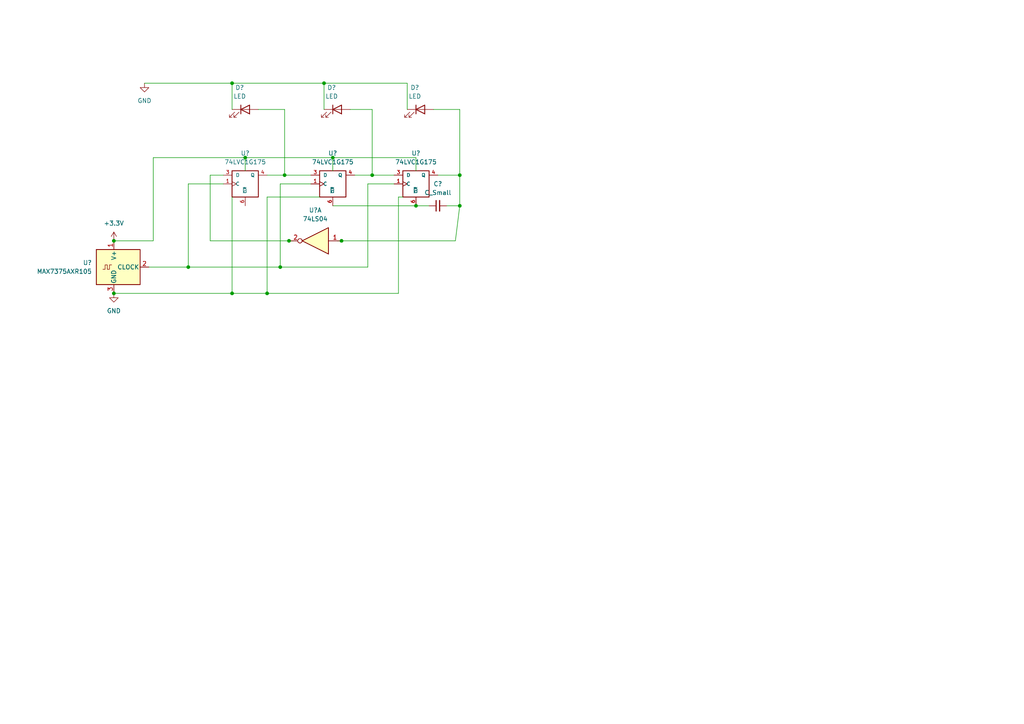
<source format=kicad_sch>
(kicad_sch (version 20211123) (generator eeschema)
  (paper "A4")
  (lib_symbols
    (symbol "74xGxx:74LVC1G175" (pin_names (offset 1.016))
      (property "Reference" "U" (at -2.54 5.08 0))
      (property "Value" "74LVC1G175" (at 5.08 -5.08 0))
      (symbol "74LVC1G175_0_1"
        (rectangle (start -3.81 3.81) (end 3.81 -3.81) (stroke (width 0.254)))
      )
      (symbol "74LVC1G175_1_1"
        (pin input clock (at -6.35 0 0) (length 2.54) (name "C") (number "1"))
        (pin power_in line (at -3.81 -3.81 270) (length 0) hide (name "GND") (number "2"))
        (pin input line (at -6.35 2.54 0) (length 2.54) (name "D") (number "3"))
        (pin output line (at 6.35 2.54 180) (length 2.54) (name "Q") (number "4"))
        (pin power_in line (at 0 3.81 90) (length 0) hide (name "VCC") (number "5"))
        (pin input line (at 0 -6.35 90) (length 2.54) (name "~{CLR}") (number "6"))
      )
    )
    (symbol "74xx:74LS04"
      (property "Reference" "U" (at 0 1.27 0))
      (property "Value" "74LS04" (at 0 -1.27 0))
      (symbol "74LS04_1_0"
        (polyline (pts (xy -3.81 3.81) (xy -3.81 -3.81) (xy 3.81 0) (xy -3.81 3.81)) (stroke (width 0.254)) (fill (type background)))
        (pin input line (at -7.62 0 0) (length 3.81) (name "~") (number "1"))
        (pin output inverted (at 7.62 0 180) (length 3.81) (name "~") (number "2"))
      )
      (symbol "74LS04_2_0"
        (polyline (pts (xy -3.81 3.81) (xy -3.81 -3.81) (xy 3.81 0) (xy -3.81 3.81)) (stroke (width 0.254)) (fill (type background)))
        (pin input line (at -7.62 0 0) (length 3.81) (name "~") (number "3"))
        (pin output inverted (at 7.62 0 180) (length 3.81) (name "~") (number "4"))
      )
      (symbol "74LS04_3_0"
        (polyline (pts (xy -3.81 3.81) (xy -3.81 -3.81) (xy 3.81 0) (xy -3.81 3.81)) (stroke (width 0.254)) (fill (type background)))
        (pin input line (at -7.62 0 0) (length 3.81) (name "~") (number "5"))
        (pin output inverted (at 7.62 0 180) (length 3.81) (name "~") (number "6"))
      )
      (symbol "74LS04_4_0"
        (polyline (pts (xy -3.81 3.81) (xy -3.81 -3.81) (xy 3.81 0) (xy -3.81 3.81)) (stroke (width 0.254)) (fill (type background)))
        (pin output inverted (at 7.62 0 180) (length 3.81) (name "~") (number "8"))
        (pin input line (at -7.62 0 0) (length 3.81) (name "~") (number "9"))
      )
      (symbol "74LS04_5_0"
        (polyline (pts (xy -3.81 3.81) (xy -3.81 -3.81) (xy 3.81 0) (xy -3.81 3.81)) (stroke (width 0.254)) (fill (type background)))
        (pin output inverted (at 7.62 0 180) (length 3.81) (name "~") (number "10"))
        (pin input line (at -7.62 0 0) (length 3.81) (name "~") (number "11"))
      )
      (symbol "74LS04_6_0"
        (polyline (pts (xy -3.81 3.81) (xy -3.81 -3.81) (xy 3.81 0) (xy -3.81 3.81)) (stroke (width 0.254)) (fill (type background)))
        (pin output inverted (at 7.62 0 180) (length 3.81) (name "~") (number "12"))
        (pin input line (at -7.62 0 0) (length 3.81) (name "~") (number "13"))
      )
      (symbol "74LS04_7_0"
        (pin power_in line (at 0 12.7 270) (length 5.08) (name "VCC") (number "14"))
        (pin power_in line (at 0 -12.7 90) (length 5.08) (name "GND") (number "7"))
      )
      (symbol "74LS04_7_1"
        (rectangle (start -5.08 7.62) (end 5.08 -7.62) (stroke (width 0.254)) (fill (type background)))
      )
    )
    (symbol "Device:C_Small" (pin_numbers hide) (pin_names (offset 0.254) hide)
      (property "Reference" "C" (at 0.254 1.778 0))
      (property "Value" "C_Small" (at 0.254 -2.032 0))
      (symbol "C_Small_0_1"
        (polyline (pts (xy -1.524 -0.508) (xy 1.524 -0.508)) (stroke (width 0.3302)))
        (polyline (pts (xy -1.524 0.508) (xy 1.524 0.508)) (stroke (width 0.3048)))
      )
      (symbol "C_Small_1_1"
        (pin passive line (at 0 2.54 270) (length 2.032) (name "~") (number "1"))
        (pin passive line (at 0 -2.54 90) (length 2.032) (name "~") (number "2"))
      )
    )
    (symbol "Device:LED" (pin_numbers hide) (pin_names (offset 1.016) hide)
      (property "Reference" "D" (at 0 2.54 0))
      (property "Value" "LED" (at 0 -2.54 0))
      (symbol "LED_0_1"
        (polyline (pts (xy -1.27 -1.27) (xy -1.27 1.27)) (stroke (width 0.254)))
        (polyline (pts (xy -1.27 0) (xy 1.27 0)))
        (polyline (pts (xy 1.27 -1.27) (xy 1.27 1.27) (xy -1.27 0) (xy 1.27 -1.27)) (stroke (width 0.254)))
        (polyline (pts (xy -3.048 -0.762) (xy -4.572 -2.286) (xy -3.81 -2.286) (xy -4.572 -2.286) (xy -4.572 -1.524)))
        (polyline (pts (xy -1.778 -0.762) (xy -3.302 -2.286) (xy -2.54 -2.286) (xy -3.302 -2.286) (xy -3.302 -1.524)))
      )
      (symbol "LED_1_1"
        (pin passive line (at -3.81 0 0) (length 2.54) (name "K") (number "1"))
        (pin passive line (at 3.81 0 180) (length 2.54) (name "A") (number "2"))
      )
    )
    (symbol "Oscillator:MAX7375AXR105" (pin_names (offset 0.254))
      (property "Reference" "U" (at -2.54 6.35 0))
      (property "Value" "MAX7375AXR105" (at 1.27 -6.35 0))
      (symbol "MAX7375AXR105_0_1"
        (rectangle (start -5.08 5.08) (end 7.62 -5.08) (stroke (width 0.254)) (fill (type background)))
        (polyline (pts (xy -3.175 -0.635) (xy -2.54 -0.635) (xy -2.54 0.635) (xy -1.905 0.635) (xy -1.905 -0.635) (xy -1.27 -0.635) (xy -1.27 0.635) (xy -0.635 0.635)))
      )
      (symbol "MAX7375AXR105_1_1"
        (pin power_in line (at 0 7.62 270) (length 2.54) (name "V+") (number "1"))
        (pin output line (at 10.16 0 180) (length 2.54) (name "CLOCK") (number "2"))
        (pin power_in line (at 0 -7.62 90) (length 2.54) (name "GND") (number "3"))
      )
    )
    (symbol "power:+3.3V" (power) (pin_names (offset 0))
      (property "Value" "+3.3V" (at 0 3.556 0))
      (symbol "+3.3V_0_1"
        (polyline (pts (xy -0.762 1.27) (xy 0 2.54)))
        (polyline (pts (xy 0 0) (xy 0 2.54)))
        (polyline (pts (xy 0 2.54) (xy 0.762 1.27)))
      )
      (symbol "+3.3V_1_1"
        (pin power_in line (at 0 0 90) (length 0) hide (name "+3.3V") (number "1"))
      )
    )
    (symbol "power:GND" (power) (pin_names (offset 0))
      (property "Value" "GND" (at 0 -3.81 0))
      (symbol "GND_0_1"
        (polyline (pts (xy 0 0) (xy 0 -1.27) (xy 1.27 -1.27) (xy 0 -2.54) (xy -1.27 -1.27) (xy 0 -1.27)))
      )
      (symbol "GND_1_1"
        (pin power_in line (at 0 0 270) (length 0) hide (name "GND") (number "1"))
      )
    )
  )
  (junction (at 71.12 45.72))
  (junction (at 96.52 45.72))
  (junction (at 54.61 77.47))
  (junction (at 33.02 85.09))
  (junction (at 81.28 77.47))
  (junction (at 133.35 59.69))
  (junction (at 99.06 69.85))
  (junction (at 120.65 59.69))
  (junction (at 83.82 69.85))
  (junction (at 82.55 50.8))
  (junction (at 77.47 85.09))
  (junction (at 67.31 85.09))
  (junction (at 133.35 50.8))
  (junction (at 107.95 50.8))
  (junction (at 67.31 24.13))
  (junction (at 93.98 24.13))
  (junction (at 33.02 69.85))
  (wire (pts (xy 92.71 57.15) (xy 77.47 57.15)))
  (wire (pts (xy 96.52 45.72) (xy 71.12 45.72)))
  (wire (pts (xy 115.57 57.15) (xy 115.57 85.09)))
  (wire (pts (xy 54.61 77.47) (xy 43.18 77.47)))
  (wire (pts (xy 67.31 24.13) (xy 67.31 31.75)))
  (wire (pts (xy 129.54 59.69) (xy 133.35 59.69)))
  (wire (pts (xy 99.06 69.85) (xy 132.08 69.85)))
  (wire (pts (xy 81.28 77.47) (xy 54.61 77.47)))
  (wire (pts (xy 77.47 57.15) (xy 77.47 85.09)))
  (wire (pts (xy 106.68 53.34) (xy 106.68 77.47)))
  (wire (pts (xy 133.35 59.69) (xy 133.35 50.8)))
  (wire (pts (xy 41.91 24.13) (xy 67.31 24.13)))
  (wire (pts (xy 107.95 31.75) (xy 107.95 50.8)))
  (wire (pts (xy 96.52 45.72) (xy 96.52 49.53)))
  (wire (pts (xy 102.87 50.8) (xy 107.95 50.8)))
  (wire (pts (xy 97.79 69.85) (xy 99.06 69.85)))
  (wire (pts (xy 54.61 53.34) (xy 54.61 77.47)))
  (wire (pts (xy 77.47 50.8) (xy 82.55 50.8)))
  (wire (pts (xy 118.11 31.75) (xy 118.11 24.13)))
  (wire (pts (xy 127 50.8) (xy 133.35 50.8)))
  (wire (pts (xy 96.52 59.69) (xy 120.65 59.69)))
  (wire (pts (xy 64.77 53.34) (xy 54.61 53.34)))
  (wire (pts (xy 67.31 24.13) (xy 93.98 24.13)))
  (wire (pts (xy 120.65 49.53) (xy 120.65 45.72)))
  (wire (pts (xy 101.6 31.75) (xy 107.95 31.75)))
  (wire (pts (xy 133.35 59.69) (xy 132.08 69.85)))
  (wire (pts (xy 77.47 85.09) (xy 67.31 85.09)))
  (wire (pts (xy 81.28 77.47) (xy 106.68 77.47)))
  (wire (pts (xy 93.98 24.13) (xy 93.98 31.75)))
  (wire (pts (xy 44.45 45.72) (xy 44.45 69.85)))
  (wire (pts (xy 93.98 24.13) (xy 118.11 24.13)))
  (wire (pts (xy 120.65 45.72) (xy 96.52 45.72)))
  (wire (pts (xy 67.31 57.15) (xy 67.31 85.09)))
  (wire (pts (xy 116.84 57.15) (xy 115.57 57.15)))
  (wire (pts (xy 82.55 31.75) (xy 82.55 50.8)))
  (wire (pts (xy 120.65 59.69) (xy 124.46 59.69)))
  (wire (pts (xy 85.09 69.85) (xy 83.82 69.85)))
  (wire (pts (xy 74.93 31.75) (xy 82.55 31.75)))
  (wire (pts (xy 71.12 45.72) (xy 44.45 45.72)))
  (wire (pts (xy 107.95 50.8) (xy 114.3 50.8)))
  (wire (pts (xy 115.57 85.09) (xy 77.47 85.09)))
  (wire (pts (xy 60.96 69.85) (xy 60.96 50.8)))
  (wire (pts (xy 125.73 31.75) (xy 133.35 31.75)))
  (wire (pts (xy 81.28 53.34) (xy 81.28 77.47)))
  (wire (pts (xy 114.3 53.34) (xy 106.68 53.34)))
  (wire (pts (xy 60.96 50.8) (xy 64.77 50.8)))
  (wire (pts (xy 133.35 31.75) (xy 133.35 50.8)))
  (wire (pts (xy 71.12 45.72) (xy 71.12 49.53)))
  (wire (pts (xy 67.31 85.09) (xy 33.02 85.09)))
  (wire (pts (xy 60.96 69.85) (xy 83.82 69.85)))
  (wire (pts (xy 90.17 53.34) (xy 81.28 53.34)))
  (wire (pts (xy 82.55 50.8) (xy 90.17 50.8)))
  (wire (pts (xy 44.45 69.85) (xy 33.02 69.85)))
  (symbol (lib_id "74xGxx:74LVC1G175") (at 71.12 53.34 0) (unit 1)
    (property "Reference" "U?" (at 71.12 44.45 0))
    (property "Value" "74LVC1G175" (at 71.12 46.99 0))
    (property "Datasheet" "http://www.ti.com/lit/sg/scyt129e/scyt129e.pdf" (effects hide))
  )
  (symbol (lib_id "Device:LED") (at 97.79 31.75 0) (unit 1)
    (property "Reference" "D?" (at 96.2025 25.4 0))
    (property "Value" "LED" (at 96.2025 27.94 0))
  )
  (symbol (lib_id "power:GND") (at 41.91 24.13 0) (unit 1)
    (property "Reference" "#PWR0103" (effects hide))
    (property "Value" "GND" (at 41.91 29.21 0))
  )
  (symbol (lib_id "Device:C_Small") (at 127 59.69 90) (unit 1)
    (property "Reference" "C?" (at 127.0063 53.34 90))
    (property "Value" "C_Small" (at 127.0063 55.88 90))
  )
  (symbol (lib_id "Device:LED") (at 121.92 31.75 0) (unit 1)
    (property "Reference" "D?" (at 120.3325 25.4 0))
    (property "Value" "LED" (at 120.3325 27.94 0))
  )
  (symbol (lib_id "power:+3.3V") (at 33.02 69.85 0) (unit 1)
    (property "Reference" "#PWR0101" (effects hide))
    (property "Value" "+3.3V" (at 33.02 64.77 0))
  )
  (symbol (lib_id "74xGxx:74LVC1G175") (at 120.65 53.34 0) (unit 1)
    (property "Reference" "U?" (at 120.65 44.45 0))
    (property "Value" "74LVC1G175" (at 120.65 46.99 0))
    (property "Datasheet" "http://www.ti.com/lit/sg/scyt129e/scyt129e.pdf" (effects hide))
  )
  (symbol (lib_id "Oscillator:MAX7375AXR105") (at 33.02 77.47 0) (unit 1)
    (property "Reference" "U?" (at 26.67 76.1999 0) (effects (justify right)))
    (property "Value" "MAX7375AXR105" (at 26.67 78.7399 0) (effects (justify right)))
    (property "Footprint" "Package_TO_SOT_SMD:SOT-323_SC-70" (effects hide))
    (property "Datasheet" "https://datasheets.maximintegrated.com/en/ds/MAX7375.pdf" (effects hide))
  )
  (symbol (lib_id "Device:LED") (at 71.12 31.75 0) (unit 1)
    (property "Reference" "D?" (at 69.5325 25.4 0))
    (property "Value" "LED" (at 69.5325 27.94 0))
  )
  (symbol (lib_id "74xGxx:74LVC1G175") (at 96.52 53.34 0) (unit 1)
    (property "Reference" "U?" (at 96.52 44.45 0))
    (property "Value" "74LVC1G175" (at 96.52 46.99 0))
    (property "Datasheet" "http://www.ti.com/lit/sg/scyt129e/scyt129e.pdf" (effects hide))
  )
  (symbol (lib_id "power:GND") (at 33.02 85.09 0) (unit 1)
    (property "Reference" "#PWR0102" (effects hide))
    (property "Value" "GND" (at 33.02 90.17 0))
  )
  (symbol (lib_id "74xx:74LS04") (at 91.44 69.85 180) (unit 1)
    (property "Reference" "U?" (at 91.44 60.96 0))
    (property "Value" "74LS04" (at 91.44 63.5 0))
    (property "Datasheet" "http://www.ti.com/lit/gpn/sn74LS04" (effects hide))
  )
)
</source>
